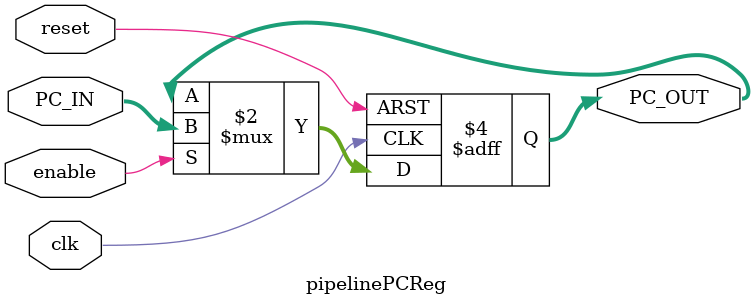
<source format=sv>
module pipelinePCReg#(parameter WIDTH = 32)(input logic clk, reset, enable,
														  input logic [WIDTH-1:0] PC_IN,
														  output logic [WIDTH-1:0] PC_OUT);

			always_ff @( posedge clk, posedge reset )
				begin
					if (reset) 	
						PC_OUT <= 0;
					else if (enable) 
						PC_OUT <= PC_IN;
				end
endmodule
</source>
